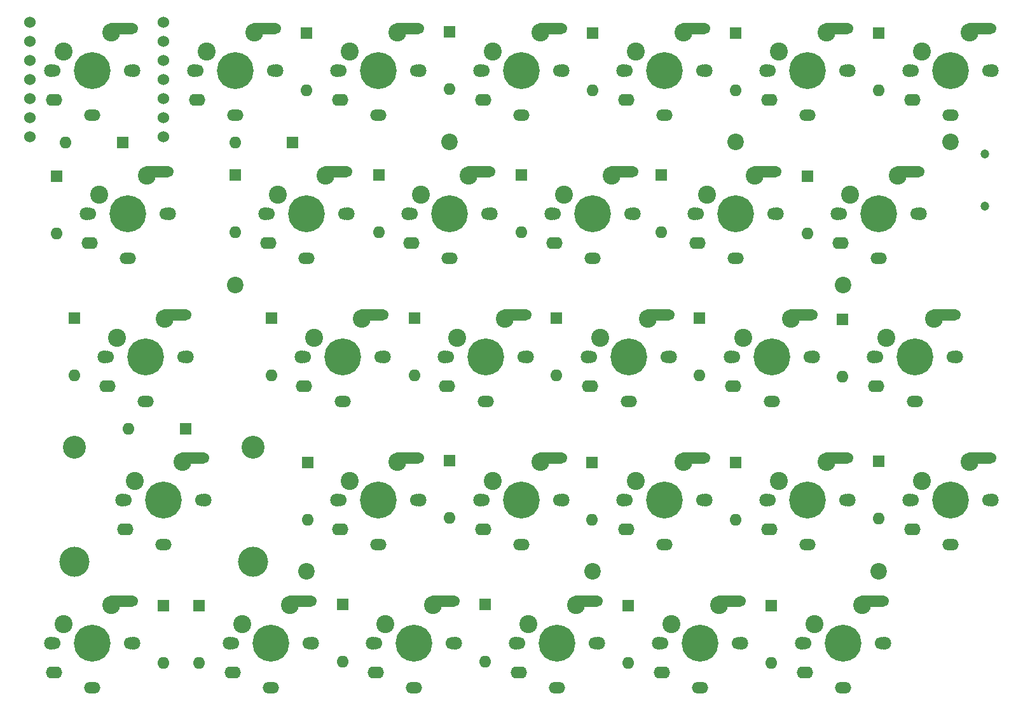
<source format=gbr>
%TF.GenerationSoftware,KiCad,Pcbnew,(7.0.0)*%
%TF.CreationDate,2023-05-23T14:58:40+09:00*%
%TF.ProjectId,sgkb,73676b62-2e6b-4696-9361-645f70636258,rev?*%
%TF.SameCoordinates,Original*%
%TF.FileFunction,Soldermask,Bot*%
%TF.FilePolarity,Negative*%
%FSLAX46Y46*%
G04 Gerber Fmt 4.6, Leading zero omitted, Abs format (unit mm)*
G04 Created by KiCad (PCBNEW (7.0.0)) date 2023-05-23 14:58:40*
%MOMM*%
%LPD*%
G01*
G04 APERTURE LIST*
G04 Aperture macros list*
%AMHorizOval*
0 Thick line with rounded ends*
0 $1 width*
0 $2 $3 position (X,Y) of the first rounded end (center of the circle)*
0 $4 $5 position (X,Y) of the second rounded end (center of the circle)*
0 Add line between two ends*
20,1,$1,$2,$3,$4,$5,0*
0 Add two circle primitives to create the rounded ends*
1,1,$1,$2,$3*
1,1,$1,$4,$5*%
G04 Aperture macros list end*
%ADD10C,3.050000*%
%ADD11C,4.000000*%
%ADD12C,1.800000*%
%ADD13C,1.700000*%
%ADD14C,4.900000*%
%ADD15O,2.200000X1.600000*%
%ADD16C,2.400000*%
%ADD17O,2.200000X1.500000*%
%ADD18HorizOval,1.500000X1.449945X0.012653X-1.449945X-0.012653X0*%
%ADD19R,1.600000X1.600000*%
%ADD20O,1.600000X1.600000*%
%ADD21C,2.200000*%
%ADD22C,1.200000*%
%ADD23C,1.524000*%
G04 APERTURE END LIST*
D10*
%TO.C,SW32*%
X54775000Y-121587500D03*
D11*
X54775000Y-136827500D03*
D12*
X61175000Y-128587500D03*
D13*
X61595000Y-128587500D03*
D14*
X66675000Y-128587500D03*
D13*
X71755000Y-128587500D03*
D12*
X72175000Y-128587500D03*
D10*
X78575000Y-121587500D03*
D11*
X78575000Y-136827500D03*
D15*
X61574999Y-132487499D03*
D16*
X62865000Y-126047500D03*
D17*
X66674999Y-134487499D03*
D16*
X69215000Y-123507500D03*
D18*
X70575041Y-123047098D03*
%TD*%
D12*
%TO.C,SW43*%
X94512500Y-147637500D03*
D13*
X94932500Y-147637500D03*
D14*
X100012500Y-147637500D03*
D13*
X105092500Y-147637500D03*
D12*
X105512500Y-147637500D03*
D15*
X94912499Y-151537499D03*
D16*
X96202500Y-145097500D03*
D17*
X100012499Y-153537499D03*
D16*
X102552500Y-142557500D03*
D18*
X103912541Y-142097098D03*
%TD*%
D19*
%TO.C,D41*%
X66674999Y-142620999D03*
D20*
X66674999Y-150240999D03*
%TD*%
D19*
%TO.C,D35*%
X123697999Y-123570999D03*
D20*
X123697999Y-131190999D03*
%TD*%
D12*
%TO.C,SW13*%
X80225000Y-90487500D03*
D13*
X80645000Y-90487500D03*
D14*
X85725000Y-90487500D03*
D13*
X90805000Y-90487500D03*
D12*
X91225000Y-90487500D03*
D15*
X80624999Y-94387499D03*
D16*
X81915000Y-87947500D03*
D17*
X85724999Y-96387499D03*
D16*
X88265000Y-85407500D03*
D18*
X89625041Y-84947098D03*
%TD*%
D12*
%TO.C,SW41*%
X51650000Y-147637500D03*
D13*
X52070000Y-147637500D03*
D14*
X57150000Y-147637500D03*
D13*
X62230000Y-147637500D03*
D12*
X62650000Y-147637500D03*
D15*
X52049999Y-151537499D03*
D16*
X53340000Y-145097500D03*
D17*
X57149999Y-153537499D03*
D16*
X59690000Y-142557500D03*
D18*
X61050041Y-142097098D03*
%TD*%
D19*
%TO.C,D8*%
X161924999Y-66420999D03*
D20*
X161924999Y-74040999D03*
%TD*%
D19*
%TO.C,D43*%
X90550999Y-142493999D03*
D20*
X90550999Y-150113999D03*
%TD*%
D12*
%TO.C,SW34*%
X108800000Y-128587500D03*
D13*
X109220000Y-128587500D03*
D14*
X114300000Y-128587500D03*
D13*
X119380000Y-128587500D03*
D12*
X119800000Y-128587500D03*
D15*
X109199999Y-132487499D03*
D16*
X110490000Y-126047500D03*
D17*
X114299999Y-134487499D03*
D16*
X116840000Y-123507500D03*
D18*
X118200041Y-123047098D03*
%TD*%
D12*
%TO.C,SW27*%
X161187500Y-109537500D03*
D13*
X161607500Y-109537500D03*
D14*
X166687500Y-109537500D03*
D13*
X171767500Y-109537500D03*
D12*
X172187500Y-109537500D03*
D15*
X161587499Y-113437499D03*
D16*
X162877500Y-106997500D03*
D17*
X166687499Y-115437499D03*
D16*
X169227500Y-104457500D03*
D18*
X170587541Y-103997098D03*
%TD*%
D19*
%TO.C,D32*%
X69595999Y-119125999D03*
D20*
X61975999Y-119125999D03*
%TD*%
D19*
%TO.C,D45*%
X128523999Y-142620999D03*
D20*
X128523999Y-150240999D03*
%TD*%
D19*
%TO.C,D3*%
X83819999Y-81025999D03*
D20*
X76199999Y-81025999D03*
%TD*%
D12*
%TO.C,SW25*%
X123087500Y-109537500D03*
D13*
X123507500Y-109537500D03*
D14*
X128587500Y-109537500D03*
D13*
X133667500Y-109537500D03*
D12*
X134087500Y-109537500D03*
D15*
X123487499Y-113437499D03*
D16*
X124777500Y-106997500D03*
D17*
X128587499Y-115437499D03*
D16*
X131127500Y-104457500D03*
D18*
X132487541Y-103997098D03*
%TD*%
D12*
%TO.C,SW6*%
X127850000Y-71437500D03*
D13*
X128270000Y-71437500D03*
D14*
X133350000Y-71437500D03*
D13*
X138430000Y-71437500D03*
D12*
X138850000Y-71437500D03*
D15*
X128249999Y-75337499D03*
D16*
X129540000Y-68897500D03*
D17*
X133349999Y-77337499D03*
D16*
X135890000Y-66357500D03*
D18*
X137250041Y-65897098D03*
%TD*%
D12*
%TO.C,SW4*%
X89750000Y-71437500D03*
D13*
X90170000Y-71437500D03*
D14*
X95250000Y-71437500D03*
D13*
X100330000Y-71437500D03*
D12*
X100750000Y-71437500D03*
D15*
X90149999Y-75337499D03*
D16*
X91440000Y-68897500D03*
D17*
X95249999Y-77337499D03*
D16*
X97790000Y-66357500D03*
D18*
X99150041Y-65897098D03*
%TD*%
D19*
%TO.C,D5*%
X104774999Y-66293999D03*
D20*
X104774999Y-73913999D03*
%TD*%
D19*
%TO.C,D22*%
X54832249Y-104393999D03*
D20*
X54832249Y-112013999D03*
%TD*%
D12*
%TO.C,SW7*%
X146900000Y-71437500D03*
D13*
X147320000Y-71437500D03*
D14*
X152400000Y-71437500D03*
D13*
X157480000Y-71437500D03*
D12*
X157900000Y-71437500D03*
D15*
X147299999Y-75337499D03*
D16*
X148590000Y-68897500D03*
D17*
X152399999Y-77337499D03*
D16*
X154940000Y-66357500D03*
D18*
X156300041Y-65897098D03*
%TD*%
D12*
%TO.C,SW17*%
X156425000Y-90487500D03*
D13*
X156845000Y-90487500D03*
D14*
X161925000Y-90487500D03*
D13*
X167005000Y-90487500D03*
D12*
X167425000Y-90487500D03*
D15*
X156824999Y-94387499D03*
D16*
X158115000Y-87947500D03*
D17*
X161924999Y-96387499D03*
D16*
X164465000Y-85407500D03*
D18*
X165825041Y-84947098D03*
%TD*%
D12*
%TO.C,SW24*%
X104037500Y-109537500D03*
D13*
X104457500Y-109537500D03*
D14*
X109537500Y-109537500D03*
D13*
X114617500Y-109537500D03*
D12*
X115037500Y-109537500D03*
D15*
X104437499Y-113437499D03*
D16*
X105727500Y-106997500D03*
D17*
X109537499Y-115437499D03*
D16*
X112077500Y-104457500D03*
D18*
X113437541Y-103997098D03*
%TD*%
D19*
%TO.C,D46*%
X147573999Y-142620999D03*
D20*
X147573999Y-150240999D03*
%TD*%
D12*
%TO.C,SW37*%
X165950000Y-128587500D03*
D13*
X166370000Y-128587500D03*
D14*
X171450000Y-128587500D03*
D13*
X176530000Y-128587500D03*
D12*
X176950000Y-128587500D03*
D15*
X166349999Y-132487499D03*
D16*
X167640000Y-126047500D03*
D17*
X171449999Y-134487499D03*
D16*
X173990000Y-123507500D03*
D18*
X175350041Y-123047098D03*
%TD*%
D21*
%TO.C,H1*%
X104775000Y-80962500D03*
%TD*%
D12*
%TO.C,SW12*%
X56412500Y-90487500D03*
D13*
X56832500Y-90487500D03*
D14*
X61912500Y-90487500D03*
D13*
X66992500Y-90487500D03*
D12*
X67412500Y-90487500D03*
D15*
X56812499Y-94387499D03*
D16*
X58102500Y-87947500D03*
D17*
X61912499Y-96387499D03*
D16*
X64452500Y-85407500D03*
D18*
X65812541Y-84947098D03*
%TD*%
D21*
%TO.C,H6*%
X76200000Y-100012500D03*
%TD*%
D19*
%TO.C,D6*%
X123824999Y-66420999D03*
D20*
X123824999Y-74040999D03*
%TD*%
D19*
%TO.C,D24*%
X100075999Y-104393999D03*
D20*
X100075999Y-112013999D03*
%TD*%
D21*
%TO.C,H5*%
X171450000Y-80962500D03*
%TD*%
D12*
%TO.C,SW23*%
X84987500Y-109537500D03*
D13*
X85407500Y-109537500D03*
D14*
X90487500Y-109537500D03*
D13*
X95567500Y-109537500D03*
D12*
X95987500Y-109537500D03*
D15*
X85387499Y-113437499D03*
D16*
X86677500Y-106997500D03*
D17*
X90487499Y-115437499D03*
D16*
X93027500Y-104457500D03*
D18*
X94387541Y-103997098D03*
%TD*%
D19*
%TO.C,D14*%
X95376999Y-85343999D03*
D20*
X95376999Y-92963999D03*
%TD*%
D21*
%TO.C,H3*%
X142875000Y-80962500D03*
%TD*%
D12*
%TO.C,SW33*%
X89750000Y-128587500D03*
D13*
X90170000Y-128587500D03*
D14*
X95250000Y-128587500D03*
D13*
X100330000Y-128587500D03*
D12*
X100750000Y-128587500D03*
D15*
X90149999Y-132487499D03*
D16*
X91440000Y-126047500D03*
D17*
X95249999Y-134487499D03*
D16*
X97790000Y-123507500D03*
D18*
X99150041Y-123047098D03*
%TD*%
D12*
%TO.C,SW15*%
X118325000Y-90487500D03*
D13*
X118745000Y-90487500D03*
D14*
X123825000Y-90487500D03*
D13*
X128905000Y-90487500D03*
D12*
X129325000Y-90487500D03*
D15*
X118724999Y-94387499D03*
D16*
X120015000Y-87947500D03*
D17*
X123824999Y-96387499D03*
D16*
X126365000Y-85407500D03*
D18*
X127725041Y-84947098D03*
%TD*%
D12*
%TO.C,SW46*%
X151662500Y-147637500D03*
D13*
X152082500Y-147637500D03*
D14*
X157162500Y-147637500D03*
D13*
X162242500Y-147637500D03*
D12*
X162662500Y-147637500D03*
D15*
X152062499Y-151537499D03*
D16*
X153352500Y-145097500D03*
D17*
X157162499Y-153537499D03*
D16*
X159702500Y-142557500D03*
D18*
X161062541Y-142097098D03*
%TD*%
D19*
%TO.C,D42*%
X71373999Y-142620999D03*
D20*
X71373999Y-150240999D03*
%TD*%
D12*
%TO.C,SW42*%
X75462500Y-147637500D03*
D13*
X75882500Y-147637500D03*
D14*
X80962500Y-147637500D03*
D13*
X86042500Y-147637500D03*
D12*
X86462500Y-147637500D03*
D15*
X75862499Y-151537499D03*
D16*
X77152500Y-145097500D03*
D17*
X80962499Y-153537499D03*
D16*
X83502500Y-142557500D03*
D18*
X84862541Y-142097098D03*
%TD*%
D12*
%TO.C,SW2*%
X51650000Y-71437500D03*
D13*
X52070000Y-71437500D03*
D14*
X57150000Y-71437500D03*
D13*
X62230000Y-71437500D03*
D12*
X62650000Y-71437500D03*
D15*
X52049999Y-75337499D03*
D16*
X53340000Y-68897500D03*
D17*
X57149999Y-77337499D03*
D16*
X59690000Y-66357500D03*
D18*
X61050041Y-65897098D03*
%TD*%
D19*
%TO.C,D13*%
X76199999Y-85343999D03*
D20*
X76199999Y-92963999D03*
%TD*%
D21*
%TO.C,H4*%
X161925000Y-138112500D03*
%TD*%
D12*
%TO.C,SW3*%
X70700000Y-71437500D03*
D13*
X71120000Y-71437500D03*
D14*
X76200000Y-71437500D03*
D13*
X81280000Y-71437500D03*
D12*
X81700000Y-71437500D03*
D15*
X71099999Y-75337499D03*
D16*
X72390000Y-68897500D03*
D17*
X76199999Y-77337499D03*
D16*
X78740000Y-66357500D03*
D18*
X80100041Y-65897098D03*
%TD*%
D19*
%TO.C,D12*%
X52387499Y-85470999D03*
D20*
X52387499Y-93090999D03*
%TD*%
D19*
%TO.C,D23*%
X81025999Y-104393999D03*
D20*
X81025999Y-112013999D03*
%TD*%
D19*
%TO.C,D36*%
X142874999Y-123570999D03*
D20*
X142874999Y-131190999D03*
%TD*%
D19*
%TO.C,D25*%
X118998999Y-104393999D03*
D20*
X118998999Y-112013999D03*
%TD*%
D19*
%TO.C,D4*%
X85724999Y-66420999D03*
D20*
X85724999Y-74040999D03*
%TD*%
D12*
%TO.C,SW26*%
X142137500Y-109537500D03*
D13*
X142557500Y-109537500D03*
D14*
X147637500Y-109537500D03*
D13*
X152717500Y-109537500D03*
D12*
X153137500Y-109537500D03*
D15*
X142537499Y-113437499D03*
D16*
X143827500Y-106997500D03*
D17*
X147637499Y-115437499D03*
D16*
X150177500Y-104457500D03*
D18*
X151537541Y-103997098D03*
%TD*%
D19*
%TO.C,D44*%
X109473999Y-142493999D03*
D20*
X109473999Y-150113999D03*
%TD*%
D12*
%TO.C,SW14*%
X99275000Y-90487500D03*
D13*
X99695000Y-90487500D03*
D14*
X104775000Y-90487500D03*
D13*
X109855000Y-90487500D03*
D12*
X110275000Y-90487500D03*
D15*
X99674999Y-94387499D03*
D16*
X100965000Y-87947500D03*
D17*
X104774999Y-96387499D03*
D16*
X107315000Y-85407500D03*
D18*
X108675041Y-84947098D03*
%TD*%
D12*
%TO.C,SW35*%
X127850000Y-128587500D03*
D13*
X128270000Y-128587500D03*
D14*
X133350000Y-128587500D03*
D13*
X138430000Y-128587500D03*
D12*
X138850000Y-128587500D03*
D15*
X128249999Y-132487499D03*
D16*
X129540000Y-126047500D03*
D17*
X133349999Y-134487499D03*
D16*
X135890000Y-123507500D03*
D18*
X137250041Y-123047098D03*
%TD*%
D12*
%TO.C,SW22*%
X58793750Y-109537500D03*
D13*
X59213750Y-109537500D03*
D14*
X64293750Y-109537500D03*
D13*
X69373750Y-109537500D03*
D12*
X69793750Y-109537500D03*
D15*
X59193749Y-113437499D03*
D16*
X60483750Y-106997500D03*
D17*
X64293749Y-115437499D03*
D16*
X66833750Y-104457500D03*
D18*
X68193791Y-103997098D03*
%TD*%
D12*
%TO.C,SW5*%
X108800000Y-71437500D03*
D13*
X109220000Y-71437500D03*
D14*
X114300000Y-71437500D03*
D13*
X119380000Y-71437500D03*
D12*
X119800000Y-71437500D03*
D15*
X109199999Y-75337499D03*
D16*
X110490000Y-68897500D03*
D17*
X114299999Y-77337499D03*
D16*
X116840000Y-66357500D03*
D18*
X118200041Y-65897098D03*
%TD*%
D19*
%TO.C,D33*%
X85851999Y-123570999D03*
D20*
X85851999Y-131190999D03*
%TD*%
D12*
%TO.C,SW16*%
X137375000Y-90487500D03*
D13*
X137795000Y-90487500D03*
D14*
X142875000Y-90487500D03*
D13*
X147955000Y-90487500D03*
D12*
X148375000Y-90487500D03*
D15*
X137774999Y-94387499D03*
D16*
X139065000Y-87947500D03*
D17*
X142874999Y-96387499D03*
D16*
X145415000Y-85407500D03*
D18*
X146775041Y-84947098D03*
%TD*%
D19*
%TO.C,D37*%
X161924999Y-123443999D03*
D20*
X161924999Y-131063999D03*
%TD*%
D12*
%TO.C,SW44*%
X113562500Y-147637500D03*
D13*
X113982500Y-147637500D03*
D14*
X119062500Y-147637500D03*
D13*
X124142500Y-147637500D03*
D12*
X124562500Y-147637500D03*
D15*
X113962499Y-151537499D03*
D16*
X115252500Y-145097500D03*
D17*
X119062499Y-153537499D03*
D16*
X121602500Y-142557500D03*
D18*
X122962541Y-142097098D03*
%TD*%
D19*
%TO.C,D34*%
X104774999Y-123316999D03*
D20*
X104774999Y-130936999D03*
%TD*%
D19*
%TO.C,D15*%
X114299999Y-85343999D03*
D20*
X114299999Y-92963999D03*
%TD*%
D12*
%TO.C,SW36*%
X146900000Y-128587500D03*
D13*
X147320000Y-128587500D03*
D14*
X152400000Y-128587500D03*
D13*
X157480000Y-128587500D03*
D12*
X157900000Y-128587500D03*
D15*
X147299999Y-132487499D03*
D16*
X148590000Y-126047500D03*
D17*
X152399999Y-134487499D03*
D16*
X154940000Y-123507500D03*
D18*
X156300041Y-123047098D03*
%TD*%
D19*
%TO.C,D16*%
X132968999Y-85343999D03*
D20*
X132968999Y-92963999D03*
%TD*%
D12*
%TO.C,SW45*%
X132612500Y-147637500D03*
D13*
X133032500Y-147637500D03*
D14*
X138112500Y-147637500D03*
D13*
X143192500Y-147637500D03*
D12*
X143612500Y-147637500D03*
D15*
X133012499Y-151537499D03*
D16*
X134302500Y-145097500D03*
D17*
X138112499Y-153537499D03*
D16*
X140652500Y-142557500D03*
D18*
X142012541Y-142097098D03*
%TD*%
D19*
%TO.C,D17*%
X152399999Y-85470999D03*
D20*
X152399999Y-93090999D03*
%TD*%
D12*
%TO.C,SW8*%
X165950000Y-71437500D03*
D13*
X166370000Y-71437500D03*
D14*
X171450000Y-71437500D03*
D13*
X176530000Y-71437500D03*
D12*
X176950000Y-71437500D03*
D15*
X166349999Y-75337499D03*
D16*
X167640000Y-68897500D03*
D17*
X171449999Y-77337499D03*
D16*
X173990000Y-66357500D03*
D18*
X175350041Y-65897098D03*
%TD*%
D19*
%TO.C,D27*%
X157098999Y-104520999D03*
D20*
X157098999Y-112140999D03*
%TD*%
D21*
%TO.C,H7*%
X85725000Y-138112500D03*
%TD*%
%TO.C,H8*%
X157162500Y-100012500D03*
%TD*%
D19*
%TO.C,D26*%
X138048999Y-104393999D03*
D20*
X138048999Y-112013999D03*
%TD*%
D19*
%TO.C,D2*%
X61213999Y-81025999D03*
D20*
X53593999Y-81025999D03*
%TD*%
D19*
%TO.C,D7*%
X142874999Y-66420999D03*
D20*
X142874999Y-74040999D03*
%TD*%
D21*
%TO.C,H2*%
X123825000Y-138112500D03*
%TD*%
D22*
%TO.C,J1*%
X176000000Y-89500000D03*
X176000000Y-82500000D03*
%TD*%
D23*
%TO.C,U1*%
X66675000Y-65024000D03*
X66675000Y-67564000D03*
X66675000Y-70104000D03*
X66675000Y-72644000D03*
X66675000Y-75184000D03*
X66675000Y-77724000D03*
X66675000Y-80264000D03*
X48895000Y-80264000D03*
X48895000Y-77724000D03*
X48895000Y-75184000D03*
X48895000Y-72644000D03*
X48895000Y-70104000D03*
X48895000Y-67564000D03*
X48895000Y-65024000D03*
%TD*%
M02*

</source>
